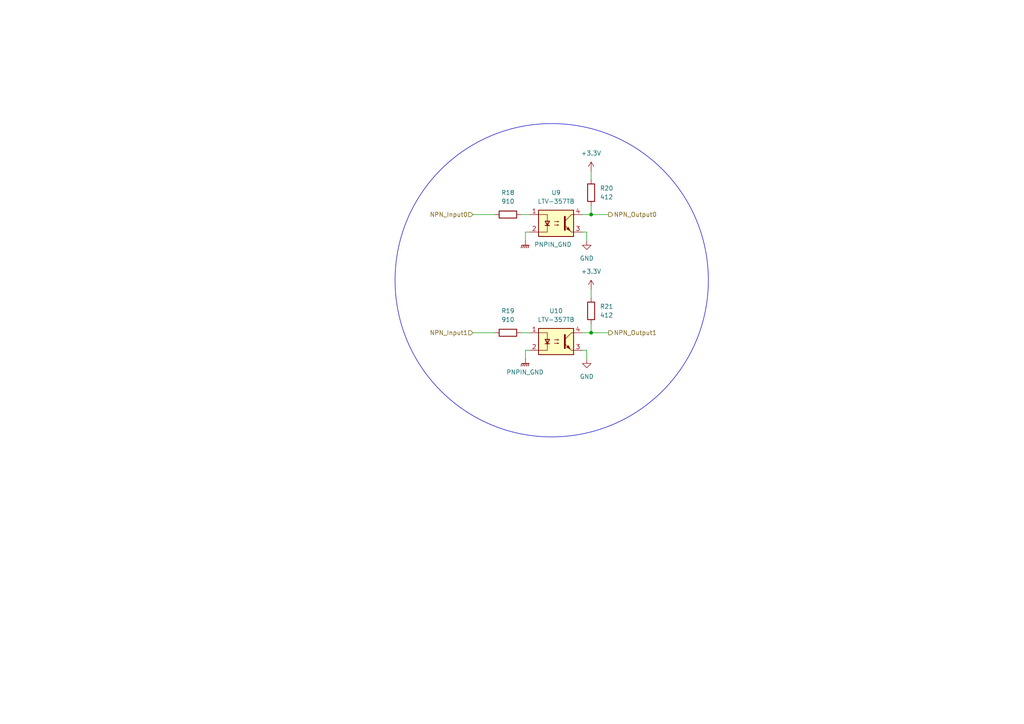
<source format=kicad_sch>
(kicad_sch (version 20250114) (generator "eeschema") (generator_version "9.0")
  (paper "A4")
  (lib_symbols
    (symbol "Device:R" (pin_numbers (hide yes)) (pin_names (offset 0))
      (property "Reference" "R" (at 2.032 0 90))
      (property "Value" "R" (at 0 0 90))
      (symbol "R_0_1"
        (rectangle (start -1.016 -2.54) (end 1.016 2.54) (stroke (width 0.254)))
      )
      (symbol "R_1_1"
        (pin passive line (at 0 3.81 270) (length 1.27) (name "~") (number "1"))
        (pin passive line (at 0 -3.81 90) (length 1.27) (name "~") (number "2"))
      )
    )
    (symbol "Isolator:LTV-357T" (pin_names (offset 1.016))
      (property "Reference" "U" (at -5.334 4.826 0))
      (property "Value" "LTV-357T" (at 0 5.08 0))
      (symbol "LTV-357T_0_1"
        (rectangle (start -5.08 3.81) (end 5.08 -3.81) (stroke (width 0.254)) (fill (type background)))
        (polyline (pts (xy -5.08 2.54) (xy -2.54 2.54) (xy -2.54 -0.762)))
        (polyline (pts (xy -3.175 -0.635) (xy -1.905 -0.635)) (stroke (width 0.254)))
        (polyline (pts (xy -2.54 -0.635) (xy -2.54 -2.54) (xy -5.08 -2.54)))
        (polyline (pts (xy -2.54 -0.635) (xy -3.175 0.635) (xy -1.905 0.635) (xy -2.54 -0.635)) (stroke (width 0.254)))
        (polyline (pts (xy -0.508 0.508) (xy 0.762 0.508) (xy 0.381 0.381) (xy 0.381 0.635) (xy 0.762 0.508)))
        (polyline (pts (xy -0.508 -0.508) (xy 0.762 -0.508) (xy 0.381 -0.635) (xy 0.381 -0.381) (xy 0.762 -0.508)))
        (polyline (pts (xy 2.54 1.905) (xy 2.54 -1.905) (xy 2.54 -1.905)) (stroke (width 0.508)))
        (polyline (pts (xy 2.54 0.635) (xy 4.445 2.54)))
        (polyline (pts (xy 3.048 -1.651) (xy 3.556 -1.143) (xy 4.064 -2.159) (xy 3.048 -1.651) (xy 3.048 -1.651)) (fill (type outline)))
        (polyline (pts (xy 4.445 2.54) (xy 5.08 2.54)))
        (polyline (pts (xy 4.445 -2.54) (xy 2.54 -0.635)) (fill (type outline)))
        (polyline (pts (xy 4.445 -2.54) (xy 5.08 -2.54)))
      )
      (symbol "LTV-357T_1_1"
        (pin passive line (at -7.62 2.54 0) (length 2.54) (name "~") (number "1"))
        (pin passive line (at -7.62 -2.54 0) (length 2.54) (name "~") (number "2"))
        (pin passive line (at 7.62 2.54 180) (length 2.54) (name "~") (number "4"))
        (pin passive line (at 7.62 -2.54 180) (length 2.54) (name "~") (number "3"))
      )
    )
    (symbol "power:+3.3V" (power) (pin_numbers (hide yes)) (pin_names (offset 0) (hide yes))
      (property "Value" "+3.3V" (at 0 3.556 0))
      (symbol "+3.3V_0_1"
        (polyline (pts (xy -0.762 1.27) (xy 0 2.54)))
        (polyline (pts (xy 0 2.54) (xy 0.762 1.27)))
        (polyline (pts (xy 0 0) (xy 0 2.54)))
      )
      (symbol "+3.3V_1_1"
        (pin power_in line (at 0 0 90) (length 0) (name "~") (number "1"))
      )
    )
    (symbol "power:GND" (power) (pin_numbers (hide yes)) (pin_names (offset 0) (hide yes))
      (property "Value" "GND" (at 0 -3.81 0))
      (symbol "GND_0_1"
        (polyline (pts (xy 0 0) (xy 0 -1.27) (xy 1.27 -1.27) (xy 0 -2.54) (xy -1.27 -1.27) (xy 0 -1.27)))
      )
      (symbol "GND_1_1"
        (pin power_in line (at 0 0 270) (length 0) (name "~") (number "1"))
      )
    )
    (symbol "power:GNDPWR" (power) (pin_numbers (hide yes)) (pin_names (offset 0) (hide yes))
      (property "Value" "GNDPWR" (at 0 -3.302 0))
      (symbol "GNDPWR_0_1"
        (polyline (pts (xy -1.016 -1.27) (xy -1.27 -2.032) (xy -1.27 -2.032)) (stroke (width 0.2032)))
        (polyline (pts (xy -0.508 -1.27) (xy -0.762 -2.032) (xy -0.762 -2.032)) (stroke (width 0.2032)))
        (polyline (pts (xy 0 -1.27) (xy 0 0)))
        (polyline (pts (xy 0 -1.27) (xy -0.254 -2.032) (xy -0.254 -2.032)) (stroke (width 0.2032)))
        (polyline (pts (xy 0.508 -1.27) (xy 0.254 -2.032) (xy 0.254 -2.032)) (stroke (width 0.2032)))
        (polyline (pts (xy 1.016 -1.27) (xy -1.016 -1.27) (xy -1.016 -1.27)) (stroke (width 0.2032)))
        (polyline (pts (xy 1.016 -1.27) (xy 0.762 -2.032) (xy 0.762 -2.032) (xy 0.762 -2.032)) (stroke (width 0.2032)))
      )
      (symbol "GNDPWR_1_1"
        (pin power_in line (at 0 0 270) (length 0) (name "~") (number "1"))
      )
    )
  )
  (circle (center 160.02 81.28) (radius 45.4369))
  (junction (at 171.45 62.23))
  (junction (at 171.45 96.52))
  (wire (pts (xy 168.91 62.23) (xy 171.45 62.23)))
  (wire (pts (xy 151.13 62.23) (xy 153.67 62.23)))
  (wire (pts (xy 168.91 101.6) (xy 170.18 101.6)))
  (wire (pts (xy 152.4 67.31) (xy 153.67 67.31)))
  (wire (pts (xy 168.91 96.52) (xy 171.45 96.52)))
  (wire (pts (xy 171.45 62.23) (xy 171.45 59.69)))
  (wire (pts (xy 171.45 96.52) (xy 171.45 93.98)))
  (wire (pts (xy 152.4 101.6) (xy 153.67 101.6)))
  (wire (pts (xy 137.16 96.52) (xy 143.51 96.52)))
  (wire (pts (xy 151.13 96.52) (xy 153.67 96.52)))
  (wire (pts (xy 152.4 69.85) (xy 152.4 67.31)))
  (wire (pts (xy 170.18 69.85) (xy 170.18 67.31)))
  (wire (pts (xy 171.45 62.23) (xy 176.53 62.23)))
  (wire (pts (xy 137.16 62.23) (xy 143.51 62.23)))
  (wire (pts (xy 168.91 67.31) (xy 170.18 67.31)))
  (wire (pts (xy 171.45 49.53) (xy 171.45 52.07)))
  (wire (pts (xy 171.45 83.82) (xy 171.45 86.36)))
  (wire (pts (xy 170.18 104.14) (xy 170.18 101.6)))
  (wire (pts (xy 152.4 104.14) (xy 152.4 101.6)))
  (wire (pts (xy 171.45 96.52) (xy 176.53 96.52)))
  (hierarchical_label "NPN_Input0" (shape input) (at 137.16 62.23 180))
  (hierarchical_label "NPN_Output0" (shape output) (at 176.53 62.23 0))
  (hierarchical_label "NPN_Output1" (shape output) (at 176.53 96.52 0))
  (hierarchical_label "NPN_Input1" (shape input) (at 137.16 96.52 180))
  (symbol (lib_id "Device:R") (at 147.32 96.52 90) (unit 1)
    (property "Reference" "R19" (at 147.32 90.17 90))
    (property "Value" "910" (at 147.32 92.71 90))
    (property "Footprint" "Resistor_SMD:R_0603_1608Metric" (effects (hide yes)))
    (property "Description" "Resistor" (effects (hide yes)))
    (property "LCSC#" "C114670" (effects (hide yes)))
    (instances (project "NIVARA" (path "" (reference "R19") (unit 1))) (project "NIVARA_ZorionX_BOARD" (path "" (reference "R?") (unit 1)) (path "" (reference "R19") (unit 1))))
  )
  (symbol (lib_id "Device:R") (at 171.45 55.88 180) (unit 1)
    (property "Reference" "R20" (at 173.99 54.6099 0) (effects (justify right)))
    (property "Value" "412" (at 173.99 57.1499 0) (effects (justify right)))
    (property "Description" "Resistor" (effects (hide yes)))
    (instances (project "NIVARA" (path "" (reference "R20") (unit 1))) (project "NIVARA_ZorionX_BOARD" (path "" (reference "R?") (unit 1)) (path "" (reference "R20") (unit 1))))
  )
  (symbol (lib_id "power:GNDPWR") (at 152.4 69.85 0) (unit 1)
    (property "Reference" "#PWR022" (effects (hide yes)))
    (property "Value" "PNPIN_GND" (at 154.94 70.9167 0) (effects (justify left)))
    (property "Description" "Power symbol creates a global label with name \"GNDPWR\" , global ground" (effects (hide yes)))
    (instances (project "NIVARA" (path "" (reference "#PWR022") (unit 1))) (project "NIVARA_ZorionX_BOARD" (path "" (reference "#PWR?") (unit 1)) (path "" (reference "#PWR022") (unit 1))))
  )
  (symbol (lib_id "Isolator:LTV-357T") (at 161.29 99.06 0) (unit 1)
    (property "Reference" "U10" (at 161.29 90.17 0))
    (property "Value" "LTV-357TB" (at 161.29 92.71 0))
    (property "Footprint" "Package_SO:SO-4_4.4x3.6mm_P2.54mm" (effects (hide yes)))
    (property "Datasheet" "https://www.buerklin.com/medias/sys_master/download/download/h91/ha0/8892020588574.pdf" (effects (hide yes)))
    (property "Description" "DC Optocoupler, Vce 35V, CTR 50%, SO-4" (effects (hide yes)))
    (instances (project "NIVARA" (path "" (reference "U10") (unit 1))) (project "NIVARA_ZorionX_BOARD" (path "" (reference "U?") (unit 1)) (path "" (reference "U10") (unit 1))))
  )
  (symbol (lib_id "power:+3.3V") (at 171.45 49.53 0) (unit 1)
    (property "Reference" "#PWR044" (effects (hide yes)))
    (property "Value" "+3.3V" (at 171.45 44.45 0))
    (property "Description" "Power symbol creates a global label with name \"+3.3V\"" (effects (hide yes)))
    (instances (project "NIVARA" (path "" (reference "#PWR044") (unit 1))) (project "NIVARA_ZorionX_BOARD" (path "" (reference "#PWR?") (unit 1)) (path "" (reference "#PWR044") (unit 1))))
  )
  (symbol (lib_id "Isolator:LTV-357T") (at 161.29 64.77 0) (unit 1)
    (property "Reference" "U9" (at 161.29 55.88 0))
    (property "Value" "LTV-357TB" (at 161.29 58.42 0))
    (property "Footprint" "Package_SO:SO-4_4.4x3.6mm_P2.54mm" (effects (hide yes)))
    (property "Datasheet" "https://www.buerklin.com/medias/sys_master/download/download/h91/ha0/8892020588574.pdf" (effects (hide yes)))
    (property "Description" "DC Optocoupler, Vce 35V, CTR 50%, SO-4" (effects (hide yes)))
    (instances (project "NIVARA" (path "" (reference "U9") (unit 1))) (project "NIVARA_ZorionX_BOARD" (path "" (reference "U?") (unit 1)) (path "" (reference "U9") (unit 1))))
  )
  (symbol (lib_id "power:GND") (at 170.18 69.85 0) (unit 1)
    (property "Reference" "#PWR042" (effects (hide yes)))
    (property "Value" "GND" (at 170.18 74.93 0))
    (property "Description" "Power symbol creates a global label with name \"GND\" , ground" (effects (hide yes)))
    (instances (project "NIVARA" (path "" (reference "#PWR042") (unit 1))) (project "NIVARA_ZorionX_BOARD" (path "" (reference "#PWR?") (unit 1)) (path "" (reference "#PWR042") (unit 1))))
  )
  (symbol (lib_id "Device:R") (at 171.45 90.17 180) (unit 1)
    (property "Reference" "R21" (at 173.99 88.8999 0) (effects (justify right)))
    (property "Value" "412" (at 173.99 91.4399 0) (effects (justify right)))
    (property "Description" "Resistor" (effects (hide yes)))
    (instances (project "NIVARA" (path "" (reference "R21") (unit 1))) (project "NIVARA_ZorionX_BOARD" (path "" (reference "R?") (unit 1)) (path "" (reference "R21") (unit 1))))
  )
  (symbol (lib_id "power:GNDPWR") (at 152.4 104.14 0) (unit 1)
    (property "Reference" "#PWR025" (effects (hide yes)))
    (property "Value" "PNPIN_GND" (at 152.273 107.95 0))
    (property "Description" "Power symbol creates a global label with name \"GNDPWR\" , global ground" (effects (hide yes)))
    (instances (project "NIVARA" (path "" (reference "#PWR025") (unit 1))) (project "NIVARA_ZorionX_BOARD" (path "" (reference "#PWR?") (unit 1)) (path "" (reference "#PWR025") (unit 1))))
  )
  (symbol (lib_id "power:+3.3V") (at 171.45 83.82 0) (unit 1)
    (property "Reference" "#PWR045" (effects (hide yes)))
    (property "Value" "+3.3V" (at 171.45 78.74 0))
    (property "Description" "Power symbol creates a global label with name \"+3.3V\"" (effects (hide yes)))
    (instances (project "NIVARA" (path "" (reference "#PWR045") (unit 1))) (project "NIVARA_ZorionX_BOARD" (path "" (reference "#PWR?") (unit 1)) (path "" (reference "#PWR045") (unit 1))))
  )
  (symbol (lib_id "power:GND") (at 170.18 104.14 0) (unit 1)
    (property "Reference" "#PWR043" (effects (hide yes)))
    (property "Value" "GND" (at 170.18 109.22 0))
    (property "Description" "Power symbol creates a global label with name \"GND\" , ground" (effects (hide yes)))
    (instances (project "NIVARA" (path "" (reference "#PWR043") (unit 1))) (project "NIVARA_ZorionX_BOARD" (path "" (reference "#PWR?") (unit 1)) (path "" (reference "#PWR043") (unit 1))))
  )
  (symbol (lib_id "Device:R") (at 147.32 62.23 90) (unit 1)
    (property "Reference" "R18" (at 147.32 55.88 90))
    (property "Value" "910" (at 147.32 58.42 90))
    (property "Footprint" "Resistor_SMD:R_0603_1608Metric" (effects (hide yes)))
    (property "Description" "Resistor" (effects (hide yes)))
    (property "LCSC#" "C114670" (effects (hide yes)))
    (instances (project "NIVARA" (path "" (reference "R18") (unit 1))) (project "NIVARA_ZorionX_BOARD" (path "" (reference "R?") (unit 1)) (path "" (reference "R18") (unit 1))))
  )
)
</source>
